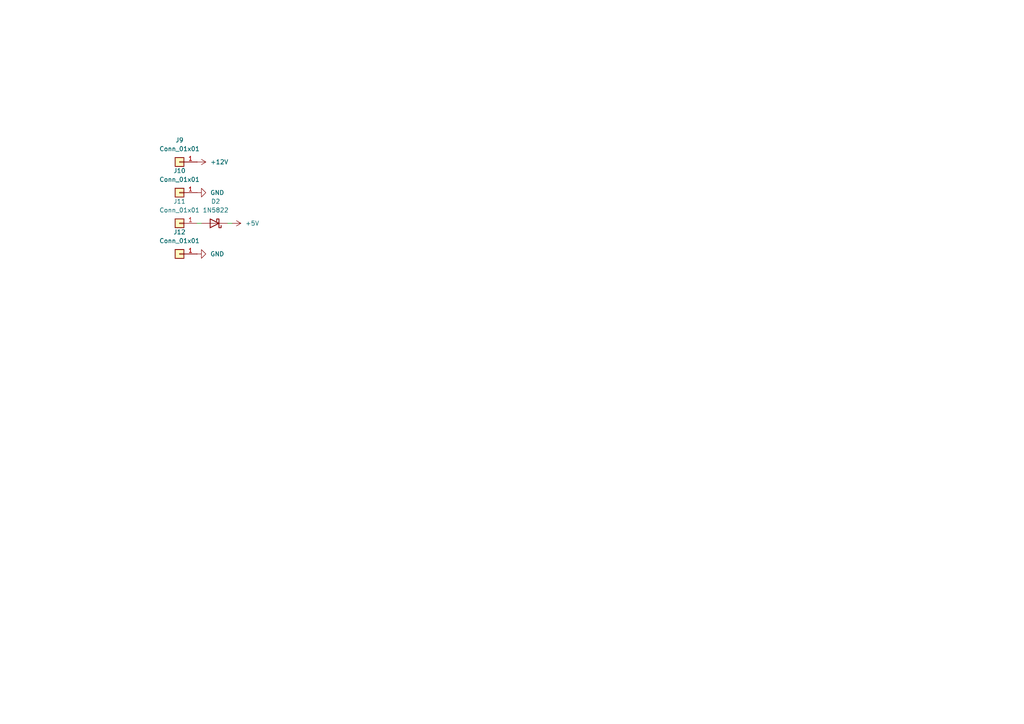
<source format=kicad_sch>
(kicad_sch
	(version 20231120)
	(generator "eeschema")
	(generator_version "8.0")
	(uuid "787d01c1-b290-48bc-8052-e7289ea7d7e3")
	(paper "A4")
	(lib_symbols
		(symbol "Connector_Generic:Conn_01x01"
			(pin_names
				(offset 1.016) hide)
			(exclude_from_sim no)
			(in_bom yes)
			(on_board yes)
			(property "Reference" "J"
				(at 0 2.54 0)
				(effects
					(font
						(size 1.27 1.27)
					)
				)
			)
			(property "Value" "Conn_01x01"
				(at 0 -2.54 0)
				(effects
					(font
						(size 1.27 1.27)
					)
				)
			)
			(property "Footprint" ""
				(at 0 0 0)
				(effects
					(font
						(size 1.27 1.27)
					)
					(hide yes)
				)
			)
			(property "Datasheet" "~"
				(at 0 0 0)
				(effects
					(font
						(size 1.27 1.27)
					)
					(hide yes)
				)
			)
			(property "Description" "Generic connector, single row, 01x01, script generated (kicad-library-utils/schlib/autogen/connector/)"
				(at 0 0 0)
				(effects
					(font
						(size 1.27 1.27)
					)
					(hide yes)
				)
			)
			(property "ki_keywords" "connector"
				(at 0 0 0)
				(effects
					(font
						(size 1.27 1.27)
					)
					(hide yes)
				)
			)
			(property "ki_fp_filters" "Connector*:*_1x??_*"
				(at 0 0 0)
				(effects
					(font
						(size 1.27 1.27)
					)
					(hide yes)
				)
			)
			(symbol "Conn_01x01_1_1"
				(rectangle
					(start -1.27 0.127)
					(end 0 -0.127)
					(stroke
						(width 0.1524)
						(type default)
					)
					(fill
						(type none)
					)
				)
				(rectangle
					(start -1.27 1.27)
					(end 1.27 -1.27)
					(stroke
						(width 0.254)
						(type default)
					)
					(fill
						(type background)
					)
				)
				(pin passive line
					(at -5.08 0 0)
					(length 3.81)
					(name "Pin_1"
						(effects
							(font
								(size 1.27 1.27)
							)
						)
					)
					(number "1"
						(effects
							(font
								(size 1.27 1.27)
							)
						)
					)
				)
			)
		)
		(symbol "Diode:1N5822"
			(pin_numbers hide)
			(pin_names
				(offset 1.016) hide)
			(exclude_from_sim no)
			(in_bom yes)
			(on_board yes)
			(property "Reference" "D"
				(at 0 2.54 0)
				(effects
					(font
						(size 1.27 1.27)
					)
				)
			)
			(property "Value" "1N5822"
				(at 0 -2.54 0)
				(effects
					(font
						(size 1.27 1.27)
					)
				)
			)
			(property "Footprint" "Diode_THT:D_DO-201AD_P15.24mm_Horizontal"
				(at 0 -4.445 0)
				(effects
					(font
						(size 1.27 1.27)
					)
					(hide yes)
				)
			)
			(property "Datasheet" "http://www.vishay.com/docs/88526/1n5820.pdf"
				(at 0 0 0)
				(effects
					(font
						(size 1.27 1.27)
					)
					(hide yes)
				)
			)
			(property "Description" "40V 3A Schottky Barrier Rectifier Diode, DO-201AD"
				(at 0 0 0)
				(effects
					(font
						(size 1.27 1.27)
					)
					(hide yes)
				)
			)
			(property "ki_keywords" "diode Schottky"
				(at 0 0 0)
				(effects
					(font
						(size 1.27 1.27)
					)
					(hide yes)
				)
			)
			(property "ki_fp_filters" "D*DO?201AD*"
				(at 0 0 0)
				(effects
					(font
						(size 1.27 1.27)
					)
					(hide yes)
				)
			)
			(symbol "1N5822_0_1"
				(polyline
					(pts
						(xy 1.27 0) (xy -1.27 0)
					)
					(stroke
						(width 0)
						(type default)
					)
					(fill
						(type none)
					)
				)
				(polyline
					(pts
						(xy 1.27 1.27) (xy 1.27 -1.27) (xy -1.27 0) (xy 1.27 1.27)
					)
					(stroke
						(width 0.254)
						(type default)
					)
					(fill
						(type none)
					)
				)
				(polyline
					(pts
						(xy -1.905 0.635) (xy -1.905 1.27) (xy -1.27 1.27) (xy -1.27 -1.27) (xy -0.635 -1.27) (xy -0.635 -0.635)
					)
					(stroke
						(width 0.254)
						(type default)
					)
					(fill
						(type none)
					)
				)
			)
			(symbol "1N5822_1_1"
				(pin passive line
					(at -3.81 0 0)
					(length 2.54)
					(name "K"
						(effects
							(font
								(size 1.27 1.27)
							)
						)
					)
					(number "1"
						(effects
							(font
								(size 1.27 1.27)
							)
						)
					)
				)
				(pin passive line
					(at 3.81 0 180)
					(length 2.54)
					(name "A"
						(effects
							(font
								(size 1.27 1.27)
							)
						)
					)
					(number "2"
						(effects
							(font
								(size 1.27 1.27)
							)
						)
					)
				)
			)
		)
		(symbol "power:+12V"
			(power)
			(pin_numbers hide)
			(pin_names
				(offset 0) hide)
			(exclude_from_sim no)
			(in_bom yes)
			(on_board yes)
			(property "Reference" "#PWR"
				(at 0 -3.81 0)
				(effects
					(font
						(size 1.27 1.27)
					)
					(hide yes)
				)
			)
			(property "Value" "+12V"
				(at 0 3.556 0)
				(effects
					(font
						(size 1.27 1.27)
					)
				)
			)
			(property "Footprint" ""
				(at 0 0 0)
				(effects
					(font
						(size 1.27 1.27)
					)
					(hide yes)
				)
			)
			(property "Datasheet" ""
				(at 0 0 0)
				(effects
					(font
						(size 1.27 1.27)
					)
					(hide yes)
				)
			)
			(property "Description" "Power symbol creates a global label with name \"+12V\""
				(at 0 0 0)
				(effects
					(font
						(size 1.27 1.27)
					)
					(hide yes)
				)
			)
			(property "ki_keywords" "global power"
				(at 0 0 0)
				(effects
					(font
						(size 1.27 1.27)
					)
					(hide yes)
				)
			)
			(symbol "+12V_0_1"
				(polyline
					(pts
						(xy -0.762 1.27) (xy 0 2.54)
					)
					(stroke
						(width 0)
						(type default)
					)
					(fill
						(type none)
					)
				)
				(polyline
					(pts
						(xy 0 0) (xy 0 2.54)
					)
					(stroke
						(width 0)
						(type default)
					)
					(fill
						(type none)
					)
				)
				(polyline
					(pts
						(xy 0 2.54) (xy 0.762 1.27)
					)
					(stroke
						(width 0)
						(type default)
					)
					(fill
						(type none)
					)
				)
			)
			(symbol "+12V_1_1"
				(pin power_in line
					(at 0 0 90)
					(length 0)
					(name "~"
						(effects
							(font
								(size 1.27 1.27)
							)
						)
					)
					(number "1"
						(effects
							(font
								(size 1.27 1.27)
							)
						)
					)
				)
			)
		)
		(symbol "power:+5V"
			(power)
			(pin_numbers hide)
			(pin_names
				(offset 0) hide)
			(exclude_from_sim no)
			(in_bom yes)
			(on_board yes)
			(property "Reference" "#PWR"
				(at 0 -3.81 0)
				(effects
					(font
						(size 1.27 1.27)
					)
					(hide yes)
				)
			)
			(property "Value" "+5V"
				(at 0 3.556 0)
				(effects
					(font
						(size 1.27 1.27)
					)
				)
			)
			(property "Footprint" ""
				(at 0 0 0)
				(effects
					(font
						(size 1.27 1.27)
					)
					(hide yes)
				)
			)
			(property "Datasheet" ""
				(at 0 0 0)
				(effects
					(font
						(size 1.27 1.27)
					)
					(hide yes)
				)
			)
			(property "Description" "Power symbol creates a global label with name \"+5V\""
				(at 0 0 0)
				(effects
					(font
						(size 1.27 1.27)
					)
					(hide yes)
				)
			)
			(property "ki_keywords" "global power"
				(at 0 0 0)
				(effects
					(font
						(size 1.27 1.27)
					)
					(hide yes)
				)
			)
			(symbol "+5V_0_1"
				(polyline
					(pts
						(xy -0.762 1.27) (xy 0 2.54)
					)
					(stroke
						(width 0)
						(type default)
					)
					(fill
						(type none)
					)
				)
				(polyline
					(pts
						(xy 0 0) (xy 0 2.54)
					)
					(stroke
						(width 0)
						(type default)
					)
					(fill
						(type none)
					)
				)
				(polyline
					(pts
						(xy 0 2.54) (xy 0.762 1.27)
					)
					(stroke
						(width 0)
						(type default)
					)
					(fill
						(type none)
					)
				)
			)
			(symbol "+5V_1_1"
				(pin power_in line
					(at 0 0 90)
					(length 0)
					(name "~"
						(effects
							(font
								(size 1.27 1.27)
							)
						)
					)
					(number "1"
						(effects
							(font
								(size 1.27 1.27)
							)
						)
					)
				)
			)
		)
		(symbol "power:GND"
			(power)
			(pin_numbers hide)
			(pin_names
				(offset 0) hide)
			(exclude_from_sim no)
			(in_bom yes)
			(on_board yes)
			(property "Reference" "#PWR"
				(at 0 -6.35 0)
				(effects
					(font
						(size 1.27 1.27)
					)
					(hide yes)
				)
			)
			(property "Value" "GND"
				(at 0 -3.81 0)
				(effects
					(font
						(size 1.27 1.27)
					)
				)
			)
			(property "Footprint" ""
				(at 0 0 0)
				(effects
					(font
						(size 1.27 1.27)
					)
					(hide yes)
				)
			)
			(property "Datasheet" ""
				(at 0 0 0)
				(effects
					(font
						(size 1.27 1.27)
					)
					(hide yes)
				)
			)
			(property "Description" "Power symbol creates a global label with name \"GND\" , ground"
				(at 0 0 0)
				(effects
					(font
						(size 1.27 1.27)
					)
					(hide yes)
				)
			)
			(property "ki_keywords" "global power"
				(at 0 0 0)
				(effects
					(font
						(size 1.27 1.27)
					)
					(hide yes)
				)
			)
			(symbol "GND_0_1"
				(polyline
					(pts
						(xy 0 0) (xy 0 -1.27) (xy 1.27 -1.27) (xy 0 -2.54) (xy -1.27 -1.27) (xy 0 -1.27)
					)
					(stroke
						(width 0)
						(type default)
					)
					(fill
						(type none)
					)
				)
			)
			(symbol "GND_1_1"
				(pin power_in line
					(at 0 0 270)
					(length 0)
					(name "~"
						(effects
							(font
								(size 1.27 1.27)
							)
						)
					)
					(number "1"
						(effects
							(font
								(size 1.27 1.27)
							)
						)
					)
				)
			)
		)
	)
	(wire
		(pts
			(xy 67.31 64.77) (xy 66.04 64.77)
		)
		(stroke
			(width 0)
			(type default)
		)
		(uuid "26deff7d-22a9-4b46-af3d-bf2f4486d90c")
	)
	(wire
		(pts
			(xy 58.42 64.77) (xy 57.15 64.77)
		)
		(stroke
			(width 0)
			(type default)
		)
		(uuid "d5a78db9-000e-4fff-a5b5-c2e7a878b79d")
	)
	(symbol
		(lib_id "Connector_Generic:Conn_01x01")
		(at 52.07 73.66 180)
		(unit 1)
		(exclude_from_sim no)
		(in_bom yes)
		(on_board yes)
		(dnp no)
		(fields_autoplaced yes)
		(uuid "0c01c366-b124-4923-91f6-7bc73de6f30d")
		(property "Reference" "J12"
			(at 52.07 67.31 0)
			(effects
				(font
					(size 1.27 1.27)
				)
			)
		)
		(property "Value" "Conn_01x01"
			(at 52.07 69.85 0)
			(effects
				(font
					(size 1.27 1.27)
				)
			)
		)
		(property "Footprint" "Connector_PinHeader_2.54mm:PinHeader_1x01_P2.54mm_Vertical"
			(at 52.07 73.66 0)
			(effects
				(font
					(size 1.27 1.27)
				)
				(hide yes)
			)
		)
		(property "Datasheet" "~"
			(at 52.07 73.66 0)
			(effects
				(font
					(size 1.27 1.27)
				)
				(hide yes)
			)
		)
		(property "Description" "Generic connector, single row, 01x01, script generated (kicad-library-utils/schlib/autogen/connector/)"
			(at 52.07 73.66 0)
			(effects
				(font
					(size 1.27 1.27)
				)
				(hide yes)
			)
		)
		(pin "1"
			(uuid "91cd92e5-9323-4436-9330-df7c6b8a5ab4")
		)
		(instances
			(project "kicadshei"
				(path "/87bef87a-9542-4109-98b0-4e2a9f78f39c/204d00c8-36bf-4f8b-8ea2-9075b33af872"
					(reference "J12")
					(unit 1)
				)
			)
		)
	)
	(symbol
		(lib_id "Connector_Generic:Conn_01x01")
		(at 52.07 64.77 180)
		(unit 1)
		(exclude_from_sim no)
		(in_bom yes)
		(on_board yes)
		(dnp no)
		(fields_autoplaced yes)
		(uuid "4c3a8cf3-facb-4ab7-8f5a-edd48d997c20")
		(property "Reference" "J11"
			(at 52.07 58.42 0)
			(effects
				(font
					(size 1.27 1.27)
				)
			)
		)
		(property "Value" "Conn_01x01"
			(at 52.07 60.96 0)
			(effects
				(font
					(size 1.27 1.27)
				)
			)
		)
		(property "Footprint" "Connector_PinHeader_2.54mm:PinHeader_1x01_P2.54mm_Vertical"
			(at 52.07 64.77 0)
			(effects
				(font
					(size 1.27 1.27)
				)
				(hide yes)
			)
		)
		(property "Datasheet" "~"
			(at 52.07 64.77 0)
			(effects
				(font
					(size 1.27 1.27)
				)
				(hide yes)
			)
		)
		(property "Description" "Generic connector, single row, 01x01, script generated (kicad-library-utils/schlib/autogen/connector/)"
			(at 52.07 64.77 0)
			(effects
				(font
					(size 1.27 1.27)
				)
				(hide yes)
			)
		)
		(pin "1"
			(uuid "6cb20388-312d-4957-9f6c-9321b1e4a89c")
		)
		(instances
			(project "kicadshei"
				(path "/87bef87a-9542-4109-98b0-4e2a9f78f39c/204d00c8-36bf-4f8b-8ea2-9075b33af872"
					(reference "J11")
					(unit 1)
				)
			)
		)
	)
	(symbol
		(lib_id "power:GND")
		(at 57.15 73.66 90)
		(unit 1)
		(exclude_from_sim no)
		(in_bom yes)
		(on_board yes)
		(dnp no)
		(fields_autoplaced yes)
		(uuid "7efbd7b3-7caf-4d20-a59f-bfec2ea647d7")
		(property "Reference" "#PWR011"
			(at 63.5 73.66 0)
			(effects
				(font
					(size 1.27 1.27)
				)
				(hide yes)
			)
		)
		(property "Value" "GND"
			(at 60.96 73.6599 90)
			(effects
				(font
					(size 1.27 1.27)
				)
				(justify right)
			)
		)
		(property "Footprint" ""
			(at 57.15 73.66 0)
			(effects
				(font
					(size 1.27 1.27)
				)
				(hide yes)
			)
		)
		(property "Datasheet" ""
			(at 57.15 73.66 0)
			(effects
				(font
					(size 1.27 1.27)
				)
				(hide yes)
			)
		)
		(property "Description" "Power symbol creates a global label with name \"GND\" , ground"
			(at 57.15 73.66 0)
			(effects
				(font
					(size 1.27 1.27)
				)
				(hide yes)
			)
		)
		(pin "1"
			(uuid "2f585e50-f37d-4315-8023-b3eddaef45cf")
		)
		(instances
			(project "kicadshei"
				(path "/87bef87a-9542-4109-98b0-4e2a9f78f39c/204d00c8-36bf-4f8b-8ea2-9075b33af872"
					(reference "#PWR011")
					(unit 1)
				)
			)
		)
	)
	(symbol
		(lib_id "power:+5V")
		(at 67.31 64.77 270)
		(unit 1)
		(exclude_from_sim no)
		(in_bom yes)
		(on_board yes)
		(dnp no)
		(fields_autoplaced yes)
		(uuid "86b3951a-2a6f-4b6b-b11d-b65b0ea16794")
		(property "Reference" "#PWR010"
			(at 63.5 64.77 0)
			(effects
				(font
					(size 1.27 1.27)
				)
				(hide yes)
			)
		)
		(property "Value" "+5V"
			(at 71.12 64.7699 90)
			(effects
				(font
					(size 1.27 1.27)
				)
				(justify left)
			)
		)
		(property "Footprint" ""
			(at 67.31 64.77 0)
			(effects
				(font
					(size 1.27 1.27)
				)
				(hide yes)
			)
		)
		(property "Datasheet" ""
			(at 67.31 64.77 0)
			(effects
				(font
					(size 1.27 1.27)
				)
				(hide yes)
			)
		)
		(property "Description" "Power symbol creates a global label with name \"+5V\""
			(at 67.31 64.77 0)
			(effects
				(font
					(size 1.27 1.27)
				)
				(hide yes)
			)
		)
		(pin "1"
			(uuid "d533da25-d733-40ea-83d7-be910a9ab548")
		)
		(instances
			(project "kicadshei"
				(path "/87bef87a-9542-4109-98b0-4e2a9f78f39c/204d00c8-36bf-4f8b-8ea2-9075b33af872"
					(reference "#PWR010")
					(unit 1)
				)
			)
		)
	)
	(symbol
		(lib_id "Connector_Generic:Conn_01x01")
		(at 52.07 46.99 180)
		(unit 1)
		(exclude_from_sim no)
		(in_bom yes)
		(on_board yes)
		(dnp no)
		(fields_autoplaced yes)
		(uuid "92cd9b8d-436c-4480-9c0b-f759aa9632fb")
		(property "Reference" "J9"
			(at 52.07 40.64 0)
			(effects
				(font
					(size 1.27 1.27)
				)
			)
		)
		(property "Value" "Conn_01x01"
			(at 52.07 43.18 0)
			(effects
				(font
					(size 1.27 1.27)
				)
			)
		)
		(property "Footprint" "Connector_PinHeader_2.54mm:PinHeader_1x01_P2.54mm_Vertical"
			(at 52.07 46.99 0)
			(effects
				(font
					(size 1.27 1.27)
				)
				(hide yes)
			)
		)
		(property "Datasheet" "~"
			(at 52.07 46.99 0)
			(effects
				(font
					(size 1.27 1.27)
				)
				(hide yes)
			)
		)
		(property "Description" "Generic connector, single row, 01x01, script generated (kicad-library-utils/schlib/autogen/connector/)"
			(at 52.07 46.99 0)
			(effects
				(font
					(size 1.27 1.27)
				)
				(hide yes)
			)
		)
		(pin "1"
			(uuid "4ded3d1a-37aa-458c-ad41-72c50dd6248a")
		)
		(instances
			(project "kicadshei"
				(path "/87bef87a-9542-4109-98b0-4e2a9f78f39c/204d00c8-36bf-4f8b-8ea2-9075b33af872"
					(reference "J9")
					(unit 1)
				)
			)
		)
	)
	(symbol
		(lib_id "power:GND")
		(at 57.15 55.88 90)
		(unit 1)
		(exclude_from_sim no)
		(in_bom yes)
		(on_board yes)
		(dnp no)
		(fields_autoplaced yes)
		(uuid "93a82aba-e8bd-4fa9-89a0-e885db620630")
		(property "Reference" "#PWR012"
			(at 63.5 55.88 0)
			(effects
				(font
					(size 1.27 1.27)
				)
				(hide yes)
			)
		)
		(property "Value" "GND"
			(at 60.96 55.8799 90)
			(effects
				(font
					(size 1.27 1.27)
				)
				(justify right)
			)
		)
		(property "Footprint" ""
			(at 57.15 55.88 0)
			(effects
				(font
					(size 1.27 1.27)
				)
				(hide yes)
			)
		)
		(property "Datasheet" ""
			(at 57.15 55.88 0)
			(effects
				(font
					(size 1.27 1.27)
				)
				(hide yes)
			)
		)
		(property "Description" "Power symbol creates a global label with name \"GND\" , ground"
			(at 57.15 55.88 0)
			(effects
				(font
					(size 1.27 1.27)
				)
				(hide yes)
			)
		)
		(pin "1"
			(uuid "11c6a016-ef89-4e9c-adf0-d2d3c6cef1b2")
		)
		(instances
			(project "kicadshei"
				(path "/87bef87a-9542-4109-98b0-4e2a9f78f39c/204d00c8-36bf-4f8b-8ea2-9075b33af872"
					(reference "#PWR012")
					(unit 1)
				)
			)
		)
	)
	(symbol
		(lib_id "power:+12V")
		(at 57.15 46.99 270)
		(unit 1)
		(exclude_from_sim no)
		(in_bom yes)
		(on_board yes)
		(dnp no)
		(fields_autoplaced yes)
		(uuid "9687d36b-e004-47f8-8f22-b2707975ed09")
		(property "Reference" "#PWR018"
			(at 53.34 46.99 0)
			(effects
				(font
					(size 1.27 1.27)
				)
				(hide yes)
			)
		)
		(property "Value" "+12V"
			(at 60.96 46.9899 90)
			(effects
				(font
					(size 1.27 1.27)
				)
				(justify left)
			)
		)
		(property "Footprint" ""
			(at 57.15 46.99 0)
			(effects
				(font
					(size 1.27 1.27)
				)
				(hide yes)
			)
		)
		(property "Datasheet" ""
			(at 57.15 46.99 0)
			(effects
				(font
					(size 1.27 1.27)
				)
				(hide yes)
			)
		)
		(property "Description" "Power symbol creates a global label with name \"+12V\""
			(at 57.15 46.99 0)
			(effects
				(font
					(size 1.27 1.27)
				)
				(hide yes)
			)
		)
		(pin "1"
			(uuid "24b7fd3e-aa88-4642-ba9c-cd2f94fe1466")
		)
		(instances
			(project "kicadshei"
				(path "/87bef87a-9542-4109-98b0-4e2a9f78f39c/204d00c8-36bf-4f8b-8ea2-9075b33af872"
					(reference "#PWR018")
					(unit 1)
				)
			)
		)
	)
	(symbol
		(lib_id "Diode:1N5822")
		(at 62.23 64.77 180)
		(unit 1)
		(exclude_from_sim no)
		(in_bom yes)
		(on_board yes)
		(dnp no)
		(fields_autoplaced yes)
		(uuid "bd17831e-c6a6-403d-b9fd-fc2d606f45c2")
		(property "Reference" "D2"
			(at 62.5475 58.42 0)
			(effects
				(font
					(size 1.27 1.27)
				)
			)
		)
		(property "Value" "1N5822"
			(at 62.5475 60.96 0)
			(effects
				(font
					(size 1.27 1.27)
				)
			)
		)
		(property "Footprint" "Diode_THT:D_DO-201AD_P15.24mm_Horizontal"
			(at 62.23 60.325 0)
			(effects
				(font
					(size 1.27 1.27)
				)
				(hide yes)
			)
		)
		(property "Datasheet" "http://www.vishay.com/docs/88526/1n5820.pdf"
			(at 62.23 64.77 0)
			(effects
				(font
					(size 1.27 1.27)
				)
				(hide yes)
			)
		)
		(property "Description" "40V 3A Schottky Barrier Rectifier Diode, DO-201AD"
			(at 62.23 64.77 0)
			(effects
				(font
					(size 1.27 1.27)
				)
				(hide yes)
			)
		)
		(pin "1"
			(uuid "b1be4405-b902-4d86-be7a-ceeb06680d27")
		)
		(pin "2"
			(uuid "2d2d0776-ff55-451a-ab26-f103be404fd7")
		)
		(instances
			(project "kicadshei"
				(path "/87bef87a-9542-4109-98b0-4e2a9f78f39c/204d00c8-36bf-4f8b-8ea2-9075b33af872"
					(reference "D2")
					(unit 1)
				)
			)
		)
	)
	(symbol
		(lib_id "Connector_Generic:Conn_01x01")
		(at 52.07 55.88 180)
		(unit 1)
		(exclude_from_sim no)
		(in_bom yes)
		(on_board yes)
		(dnp no)
		(uuid "cee0750c-fa71-45b9-b775-5e3aea95a920")
		(property "Reference" "J10"
			(at 52.07 49.53 0)
			(effects
				(font
					(size 1.27 1.27)
				)
			)
		)
		(property "Value" "Conn_01x01"
			(at 52.07 52.07 0)
			(effects
				(font
					(size 1.27 1.27)
				)
			)
		)
		(property "Footprint" "Connector_PinHeader_2.54mm:PinHeader_1x01_P2.54mm_Vertical"
			(at 52.07 55.88 0)
			(effects
				(font
					(size 1.27 1.27)
				)
				(hide yes)
			)
		)
		(property "Datasheet" "~"
			(at 52.07 55.88 0)
			(effects
				(font
					(size 1.27 1.27)
				)
				(hide yes)
			)
		)
		(property "Description" "Generic connector, single row, 01x01, script generated (kicad-library-utils/schlib/autogen/connector/)"
			(at 52.07 55.88 0)
			(effects
				(font
					(size 1.27 1.27)
				)
				(hide yes)
			)
		)
		(pin "1"
			(uuid "760ed05b-6120-48ec-8a72-1eeedab150ac")
		)
		(instances
			(project "kicadshei"
				(path "/87bef87a-9542-4109-98b0-4e2a9f78f39c/204d00c8-36bf-4f8b-8ea2-9075b33af872"
					(reference "J10")
					(unit 1)
				)
			)
		)
	)
)
</source>
